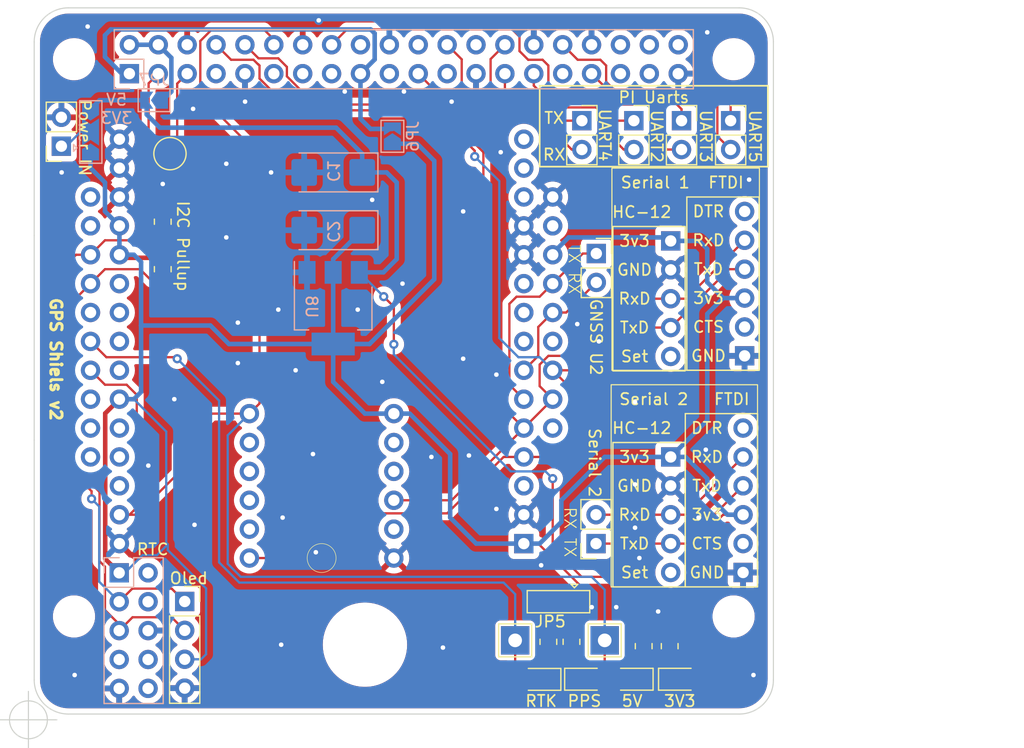
<source format=kicad_pcb>
(kicad_pcb (version 20211014) (generator pcbnew)
  (title_block (title "GNSS Shield") (date "15 nov 2012") (rev "1"))
  (layers (0 "F.Cu" signal) (31 "B.Cu" signal) (34 "B.Paste" user) (35 "F.Paste" user) (36 "B.SilkS" user "B.Silkscreen") (37 "F.SilkS" user "F.Silkscreen") (38 "B.Mask" user) (39 "F.Mask" user) (44 "Edge.Cuts" user))
  (net 0 "")
  (net 1 "+3V3")
  (net 2 "+5V")
  (net 3 "GND")
  (net 4 "PI-TX5")
  (net 5 "PI-RX5")
  (net 6 "Net-(P1-Pad1)")
  (net 7 "/GPIO6")
  (net 8 "/GPIO26")
  (net 9 "SDA")
  (net 10 "SCL")
  (net 11 "/GPIO4(GCLK)")
  (net 12 "/GPIO17(GEN0)")
  (net 13 "/GPIO27(GEN2)")
  (net 14 "/GPIO22(GEN3)")
  (net 15 "Net-(P1-Pad2)")
  (net 16 "/GPIO24(GEN5)")
  (net 17 "/GPIO25(GEN6)")
  (net 18 "/GPIO10(SPI0_MOSI)")
  (net 19 "PI-TX3")
  (net 20 "/GPIO11(SPI0_SCK)")
  (net 21 "PI-RX4")
  (net 22 "/GPIO7(SPI1_CE_N)")
  (net 23 "PI-TX4")
  (net 24 "PI-TX2")
  (net 25 "/GPIO19(SPI1_MISO)")
  (net 26 "/GPIO16")
  (net 27 "/GPIO20(SPI1_MOSI)")
  (net 28 "/GPIO21(SPI1_SCK)")
  (net 29 "GPS TX1")
  (net 30 "GPS RX1")
  (net 34 "GPS RX2")
  (net 35 "GPS TX2")
  (net 37 "PI-RX2")
  (net 38 "PI-RX3")
  (net 44 "Serial2TX")
  (net 45 "Serial2RX")
  (net 63 "PPS")
  (net 79 "Net-(J3-Pad1)")
  (net 80 "RTK")
  (net 81 "Net-(D1-Pad1)")
  (net 82 "Net-(D2-Pad1)")
  (net 83 "Net-(D3-Pad1)")
  (net 84 "Net-(D4-Pad1)")
  (net 85 "Net-(JP5-Pad2)")
  (footprint "MountingHole:MountingHole_2.7mm_M2.5" (layer "F.Cu") (at 143.937 80.736 180)
    (fp_text reference "MK1")
    (fp_text value "M2.5")
  )
  (footprint "MountingHole:MountingHole_2.7mm_M2.5" (layer "F.Cu") (at 201.937 80.736 180)
    (fp_text reference "MK2")
    (fp_text value "M2.5")
  )
  (footprint "MountingHole:MountingHole_2.7mm_M2.5" (layer "F.Cu") (at 143.937 129.736)
    (fp_text reference "MK3")
    (fp_text value "M2.5")
  )
  (footprint "MountingHole:MountingHole_2.7mm_M2.5" (layer "F.Cu") (at 201.937 129.736 180)
    (fp_text reference "MK4")
    (fp_text value "M2.5")
  )
  (footprint "Modules:HC-12" (layer "F.Cu") (at 195.135 101.793995)
    (fp_text reference "U2")
    (fp_text value "HC-12")
  )
  (footprint "Resistor_SMD:R_0805_2012Metric_Pad1.20x1.40mm_HandSolder" (layer "F.Cu") (at 196.317 132.347 90)
    (fp_text reference "R4")
    (fp_text value "R_Small")
  )
  (footprint "Connector_PinSocket_2.54mm:PinSocket_1x02_P2.54mm_Vertical" (layer "F.Cu") (at 201.676 86.139)
    (fp_text reference "J9")
    (fp_text value "UART5")
  )
  (footprint "Connector_PinSocket_2.54mm:PinSocket_1x04_P2.54mm_Vertical" (layer "F.Cu") (at 153.67 128.42)
    (fp_text reference "J4")
    (fp_text value "Oled")
  )
  (footprint "Resistor_SMD:R_0805_2012Metric_Pad1.20x1.40mm_HandSolder" (layer "F.Cu") (at 151.74 99.2 -90)
    (fp_text reference "R6")
    (fp_text value "R_Small")
  )
  (footprint "Resistor_SMD:R_0805_2012Metric_Pad1.20x1.40mm_HandSolder" (layer "F.Cu") (at 151.74 95.025 90)
    (fp_text reference "R5")
    (fp_text value "R_Small")
  )
  (footprint "Connector_PinSocket_2.54mm:PinSocket_1x02_P2.54mm_Vertical" (layer "F.Cu") (at 193.167 86.139)
    (fp_text reference "J6")
    (fp_text value "UART2")
  )
  (footprint "Modules:Sparkfun zed-f9p" (layer "F.Cu") (at 158.09 100.47 -90)
    (fp_text reference "U5")
    (fp_text value "Sparkfun-Zed-F9P")
  )
  (footprint "Resistor_SMD:R_0805_2012Metric_Pad1.20x1.40mm_HandSolder" (layer "F.Cu") (at 185.649 131.966 -90)
    (fp_text reference "R1")
    (fp_text value "R_Small")
  )
  (footprint "MountingHole:MountingHole_6.4mm_M6_ISO14580" (layer "F.Cu") (at 169.52 132.22)
    (fp_text reference "H1")
    (fp_text value "SMA")
  )
  (footprint "Connector_PinSocket_2.54mm:PinSocket_1x02_P2.54mm_Vertical" (layer "F.Cu") (at 189.84 123.33 180)
    (fp_text reference "J11")
    (fp_text value "Serial 2")
  )
  (footprint "Connector_PinSocket_2.54mm:PinSocket_1x02_P2.54mm_Vertical" (layer "F.Cu") (at 189.865 97.823)
    (fp_text reference "J10")
    (fp_text value "GNSS U2")
  )
  (footprint "LED_SMD:LED_0805_2012Metric_Pad1.15x1.40mm_HandSolder" (layer "F.Cu") (at 197.197 135.2555)
    (fp_text reference "D4")
    (fp_text value "LED_Small")
  )
  (footprint "LED_SMD:LED_0805_2012Metric_Pad1.15x1.40mm_HandSolder" (layer "F.Cu") (at 192.997 135.2555 180)
    (fp_text reference "D3")
    (fp_text value "LED_Small")
  )
  (footprint "LED_SMD:LED_0805_2012Metric_Pad1.15x1.40mm_HandSolder" (layer "F.Cu") (at 184.887 135.268 180)
    (fp_text reference "D1")
    (fp_text value "LED_Small")
  )
  (footprint "Connector_PinSocket_2.54mm:PinSocket_1x02_P2.54mm_Vertical" (layer "F.Cu") (at 188.595 86.139)
    (fp_text reference "J8")
    (fp_text value "UART4")
  )
  (footprint "TestPoint:TestPoint_THTPad_2.5x2.5mm_Drill1.2mm" (layer "F.Cu") (at 182.728 131.839)
    (fp_text reference "TP1")
    (fp_text value "TestPoint")
  )
  (footprint "Connector_PinSocket_2.54mm:PinSocket_1x02_P2.54mm_Vertical" (layer "F.Cu") (at 142.825 88.385 180)
    (fp_text reference "J3")
    (fp_text value "Power IN")
  )
  (footprint "Jumper:SolderJumper-3_P2.0mm_Open_TrianglePad1.0x1.5mm" (layer "F.Cu") (at 186.538 128.41 180)
    (fp_text reference "JP5")
    (fp_text value "3V<>GND")
  )
  (footprint "Modules:FTDI" (layer "F.Cu") (at 201.5 119.52)
    (fp_text reference "J2")
    (fp_text value "FTDI")
  )
  (footprint "Resistor_SMD:R_0805_2012Metric_Pad1.20x1.40mm_HandSolder" (layer "F.Cu") (at 194.031 132.347 -90)
    (fp_text reference "R3")
    (fp_text value "R_Small")
  )
  (footprint "Modules:Navspark Mini" (layer "F.Cu") (at 165.71 118.25)
    (fp_text reference "U6")
    (fp_text value "Navspark_Mini")
  )
  (footprint "Modules:NS-HP" (layer "F.Cu") (at 165.71 105.55 180)
    (fp_text reference "U3")
    (fp_text value "NS-HP")
  )
  (footprint "TestPoint:TestPoint_THTPad_2.5x2.5mm_Drill1.2mm" (layer "F.Cu") (at 190.602 131.839)
    (fp_text reference "TP2")
    (fp_text value "TestPoint")
  )
  (footprint "LED_SMD:LED_0805_2012Metric_Pad1.15x1.40mm_HandSolder" (layer "F.Cu") (at 188.942 135.2555)
    (fp_text reference "D2")
    (fp_text value "LED_Small")
  )
  (footprint "Modules:FTDI" (layer "F.Cu") (at 201.635 100.469995)
    (fp_text reference "J1")
    (fp_text value "FTDI")
  )
  (footprint "Modules:HC-12" (layer "F.Cu") (at 195.135 120.79)
    (fp_text reference "U4")
    (fp_text value "HC-12")
  )
  (footprint "Resistor_SMD:R_0805_2012Metric_Pad1.20x1.40mm_HandSolder" (layer "F.Cu") (at 187.681 131.966 -90)
    (fp_text reference "R2")
    (fp_text value "R_Small")
  )
  (footprint "Connector_PinSocket_2.54mm:PinSocket_1x02_P2.54mm_Vertical" (layer "F.Cu") (at 197.358 86.139)
    (fp_text reference "J7")
    (fp_text value "UART3")
  )
  (footprint "Connector_PinSocket_2.54mm:PinSocket_2x20_P2.54mm_Vertical" (layer "B.Cu") (at 148.807 82.006 -90)
    (fp_text reference "P1")
    (fp_text value "Conn_02x20_Odd_Even")
  )
  (footprint "Jumper:SolderJumper-3_P2.0mm_Open_TrianglePad1.0x1.5mm" (layer "B.Cu") (at 145.39 87.135 90)
    (fp_text reference "JP1")
    (fp_text value "3V3<>5V")
  )
  (footprint "Capacitor_Tantalum_SMD:CP_EIA-6032-28_Kemet-C_Pad2.25x2.35mm_HandSolder" (layer "B.Cu") (at 166.726 95.771 180)
    (fp_text reference "C2")
    (fp_text value "C_Polarized_Small")
  )
  (footprint "Jumper:SolderJumper-2_P1.3mm_Open_TrianglePad1.0x1.5mm" (layer "B.Cu") (at 171.933 87.516 90)
    (fp_text reference "JP6")
    (fp_text value "Pi 3V3")
  )
  (footprint "Capacitor_Tantalum_SMD:CP_EIA-6032-28_Kemet-C_Pad2.25x2.35mm_HandSolder" (layer "B.Cu") (at 166.726 90.691 180)
    (fp_text reference "C1")
    (fp_text value "C_Polarized_Small")
  )
  (footprint "Connector_PinSocket_2.54mm:PinSocket_2x05_P2.54mm_Vertical" (layer "B.Cu") (at 147.91 125.9 180)
    (fp_text reference "J5")
    (fp_text value "RTC")
  )
  (footprint "Jumper:SolderJumper-2_P1.3mm_Open_TrianglePad1.0x1.5mm" (layer "B.Cu") (at 150.978 84.341 180)
    (fp_text reference "JP7")
    (fp_text value "Pi 5V")
  )
  (footprint "Package_TO_SOT_SMD:SOT-223-3_TabPin2" (layer "B.Cu") (at 166.726 102.629 -90)
    (fp_text reference "U8")
    (fp_text value "AMS1117-3.3")
  )
  (gr_rect (start 204.207108 108.09) (end 191.237006 90.31) (layer "F.SilkS") (width 0.1) (fill none))
  (gr_rect (start 204.04 127.14) (end 191.169898 109.36) (layer "F.SilkS") (width 0.1) (fill none))
  (gr_rect (start 204.953 90.183) (end 184.887 83.071) (layer "F.SilkS") (width 0.15) (fill none))
  (gr_arc (start 202.437 76.22) (mid 204.55832 77.09868) (end 205.437 79.22) (layer "Edge.Cuts") (width 0.1))
  (gr_line (start 140.437 114.236) (end 140.437 135.316) (layer "Edge.Cuts") (width 0.1))
  (gr_line (start 202.437 76.22) (end 143.437 76.22) (layer "Edge.Cuts") (width 0.1))
  (gr_line (start 140.437 96.236) (end 140.437 114.236) (layer "Edge.Cuts") (width 0.1))
  (gr_line (start 143.437 138.316) (end 202.437 138.316) (layer "Edge.Cuts") (width 0.1))
  (gr_arc (start 140.437 79.22) (mid 141.31568 77.09868) (end 143.437 76.22) (layer "Edge.Cuts") (width 0.1))
  (gr_arc (start 143.437 138.316) (mid 141.31568 137.43732) (end 140.437 135.316) (layer "Edge.Cuts") (width 0.1))
  (gr_arc (start 205.437 135.316) (mid 204.55832 137.43732) (end 202.437 138.316) (layer "Edge.Cuts") (width 0.1))
  (gr_line (start 205.437 135.316) (end 205.437 79.22) (layer "Edge.Cuts") (width 0.1))
  (gr_line (start 140.437 79.22) (end 140.437 96.236) (layer "Edge.Cuts") (width 0.1))
  (gr_text "5V\n3V3" (at 147.676 85.103) (layer "B.SilkS") (effects (font (size 1 1)) (justify mirror)))
  (gr_text "5V" (at 193.015 137.173) (layer "F.SilkS") (effects (font (size 1 1))))
  (gr_text "TX RX" (at 187.935 99.2 270) (layer "F.SilkS") (effects (font (size 1 1) (thickness 0.1))))
  (gr_text "RX TX" (at 187.554 122.314 270) (layer "F.SilkS") (effects (font (size 1 1) (thickness 0.1))))
  (gr_text "TX\n\nRX" (at 186.157 87.516) (layer "F.SilkS") (effects (font (size 1 1))))
  (gr_text "PI Uarts" (at 194.92 84.087) (layer "F.SilkS") (effects (font (size 1 1))))
  (gr_text "GPS Shiels v2" (at 142.342 107.1248 270) (layer "F.SilkS") (effects (font (size 1 1) (thickness 0.25))))
  (gr_text "PPS" (at 188.824 137.173) (layer "F.SilkS") (effects (font (size 1 1))))
  (gr_text "Serial 1" (at 195.047 91.579995) (layer "F.SilkS") (effects (font (size 1 1))))
  (gr_text "3V3" (at 197.206 137.173) (layer "F.SilkS") (effects (font (size 1 1))))
  (gr_text "I2C Pullup" (at 153.518 97.168 270) (layer "F.SilkS") (effects (font (size 1 1))))
  (gr_text "Serial 2" (at 194.92 110.63) (layer "F.SilkS") (effects (font (size 1 1))))
  (gr_text "RTK" (at 185.014 137.173) (layer "F.SilkS") (effects (font (size 1 1))))
  (target plus (at 139.929 138.824) (size 5) (width 0.1) (layer "Edge.Cuts"))
  (segment (start 146.680489 111.879511) (end 146.680489 124.670489) (width 0.4) (layer "F.Cu") (net 1))
  (segment (start 146.680489 124.670489) (end 147.91 125.9) (width 0.4) (layer "F.Cu") (net 1))
  (segment (start 188.538 127.71) (end 188.538 127.108) (width 0.2) (layer "F.Cu") (net 1))
  (segment (start 198.222 135.2555) (end 198.222 123.584) (width 0.2) (layer "F.Cu") (net 1))
  (segment (start 147.93 110.63) (end 146.680489 111.879511) (width 0.4) (layer "F.Cu") (net 1))
  (segment (start 151.74 98.2) (end 148.2 98.2) (width 0.4) (layer "F.Cu") (net 1))
  (segment (start 148.2 98.2) (end 147.93 97.93) (width 0.4) (layer "F.Cu") (net 1))
  (segment (start 151.74 98.2) (end 151.74 96.025) (width 0.4) (layer "F.Cu") (net 1))
  (segment (start 201.016 120.79) (end 202.77 120.79) (width 0.2) (layer "F.Cu") (net 1))
  (segment (start 188.538 127.108) (end 184.76 123.33) (width 0.2) (layer "F.Cu") (net 1))
  (segment (start 184.76 123.33) (end 183.49 123.33) (width 0.2) (layer "F.Cu") (net 1))
  (segment (start 198.222 123.584) (end 201.016 120.79) (width 0.2) (layer "F.Cu") (net 1))
  (segment (start 197.714 115.71) (end 196.405 115.71) (width 0.4) (layer "B.Cu") (net 1))
  (segment (start 149.2 97.93) (end 147.93 97.93) (width 0.4) (layer "B.Cu") (net 1))
  (segment (start 186.792 121.425) (end 184.887 123.33) (width 0.4) (layer "B.Cu") (net 1))
  (segment (start 199.619 112.496) (end 196.405 115.71) (width 0.4) (layer "B.Cu") (net 1))
  (segment (start 196.097005 96.406) (end 196.405 96.713995) (width 0.4) (layer "B.Cu") (net 1))
  (segment (start 149.2 110.63) (end 149.835 109.995) (width 0.4) (layer "B.Cu") (net 1))
  (segment (start 149.2 110.63) (end 152.0448 113.4748) (width 0.2) (layer "B.Cu") (net 1))
  (segment (start 146.66 94.12) (end 146.66 91.58) (width 0.4) (layer "B.Cu") (net 1))
  (segment (start 201.015995 101.739995) (end 199.619 103.13699) (width 0.4) (layer "B.Cu") (net 1))
  (segment (start 177.013 115.456) (end 177.013 121.044) (width 0.4) (layer "B.Cu") (net 1))
  (segment (start 149.835 104.153) (end 155.931 104.153) (width 0.4) (layer "B.Cu") (net 1))
  (segment (start 146.66 91.58) (end 145.39 90.31) (width 0.4) (layer "B.Cu") (net 1))
  (segment (start 199.619 119.012) (end 199.619 117.615) (width 0.4) (layer "B.Cu") (net 1))
  (segment (start 199.619 117.615) (end 197.714 115.71) (width 0.4) (layer "B.Cu") (net 1))
  (segment (start 166.726 98.321) (end 166.726 99.479) (width 0.4) (layer "B.Cu") (net 1))
  (segment (start 201.397 120.79) (end 199.619 119.012) (width 0.4) (layer "B.Cu") (net 1))
  (segment (start 157.557 105.779) (end 166.726 105.779) (width 0.4) (layer "B.Cu") (net 1))
  (segment (start 169.52 111.9) (end 166.726 109.106) (width 0.4) (layer "B.Cu") (net 1))
  (segment (start 152.0448 123.2538) (end 152.1845 123.3935) (width 0.2) (layer "B.Cu") (net 1))
  (segment (start 198.910995 96.713995) (end 199.619 97.422) (width 0.4) (layer "B.Cu") (net 1))
  (segment (start 179.299 123.33) (end 183.49 123.33) (width 0.4) (layer "B.Cu") (net 1))
  (segment (start 175.616 100.089) (end 175.616 89.675) (width 0.4) (layer "B.Cu") (net 1))
  (segment (start 187.427 96.406) (end 186.03 97.803) (width 0.4) (layer "B.Cu") (net 1))
  (segment (start 147.91 125.9) (end 148.408 125.9) (width 0.2) (layer "B.Cu") (net 1))
  (segment (start 190.602 115.71) (end 186.792 119.52) (width 0.4) (layer "B.Cu") (net 1))
  (segment (start 202.905 101.739995) (end 201.015995 101.739995) (width 0.4) (layer "B.Cu") (net 1))
  (segment (start 149.835 98.565) (end 149.2 97.93) (width 0.4) (layer "B.Cu") (net 1))
  (segment (start 174.107 88.166) (end 171.933 88.166) (width 0.4) (layer "B.Cu") (net 1))
  (segment (start 199.619 100.343) (end 199.619 97.422) (width 0.4) (layer "B.Cu") (net 1))
  (segment (start 177.013 121.044) (end 179.299 123.33) (width 0.4) (layer "B.Cu") (net 1))
  (segment (start 187.427 96.406) (end 196.097005 96.406) (width 0.4) (layer "B.Cu") (net 1))
  (segment (start 149.835 104.153) (end 149.835 98.565) (width 0.4) (layer "B.Cu") (net 1))
  (segment (start 147.93 97.93) (end 147.93 95.39) (width 0.4) (layer "B.Cu") (net 1))
  (segment (start 152.1845 123.9015) (end 155.55 127.267) (width 0.2) (layer "B.Cu") (net 1))
  (segment (start 169.276 95.771) (end 166.726 98.321) (width 0.4) (layer "B.Cu") (net 1))
  (segment (start 169.926 105.779) (end 175.616 100.089) (width 0.4) (layer "B.Cu") (net 1))
  (segment (start 173.457 111.9) (end 177.013 115.456) (width 0.4) (layer "B.Cu") (net 1))
  (segment (start 147.93 95.39) (end 146.66 94.12) (width 0.4) (layer "B.Cu") (net 1))
  (segment (start 152.0448 113.4748) (end 152.0448 123.2538) (width 0.2) (layer "B.Cu") (net 1))
  (segment (start 172.06 111.9) (end 173.457 111.9) (width 0.4) (layer "B.Cu") (net 1))
  (segment (start 186.03 97.803) (end 186.03 97.93) (width 0.4) (layer "B.Cu") (net 1))
  (segment (start 152.1845 123.3935) (end 152.1845 123.9015) (width 0.2) (layer "B.Cu") (net 1))
  (segment (start 202.77 120.79) (end 201.397 120.79) (width 0.4) (layer "B.Cu") (net 1))
  (segment (start 155.55 127.267) (end 155.55 133.0582) (width 0.2) (layer "B.Cu") (net 1))
  (segment (start 166.726 105.779) (end 169.926 105.779) (width 0.4) (layer "B.Cu") (net 1))
  (segment (start 172.06 111.9) (end 169.52 111.9) (width 0.4) (layer "B.Cu") (net 1))
  (segment (start 155.55 133.0582) (end 155.1082 133.5) (width 0.2) (layer "B.Cu") (net 1))
  (segment (start 148.408 125.9) (end 149.962 124.346) (width 0.2) (layer "B.Cu") (net 1))
  (segment (start 184.887 123.33) (end 183.49 123.33) (width 0.4) (layer "B.Cu") (net 1))
  (segment (start 196.405 115.71) (end 190.602 115.71) (width 0.4) (layer "B.Cu") (net 1))
  (segment (start 175.616 89.675) (end 174.107 88.166) (width 0.4) (layer "B.Cu") (net 1))
  (segment (start 155.1082 133.5) (end 153.67 133.5) (width 0.2) (layer "B.Cu") (net 1))
  (segment (start 166.726 105.779) (end 166.726 99.479) (width 0.4) (layer "B.Cu") (net 1))
  (segment (start 151.232 124.346) (end 152.1845 123.3935) (width 0.2) (layer "B.Cu") (net 1))
  (segment (start 149.962 124.346) (end 151.232 124.346) (width 0.2) (layer "B.Cu") (net 1))
  (segment (start 199.619 103.13699) (end 199.619 112.496) (width 0.4) (layer "B.Cu") (net 1))
  (segment (start 147.93 110.63) (end 149.2 110.63) (width 0.4) (layer "B.Cu") (net 1))
  (segment (start 166.726 109.106) (end 166.726 105.779) (width 0.4) (layer "B.Cu") (net 1))
  (segment (start 186.792 119.52) (end 186.792 121.425) (width 0.4) (layer "B.Cu") (net 1))
  (segment (start 149.835 109.995) (end 149.835 104.153) (width 0.4) (layer "B.Cu") (net 1))
  (segment (start 155.931 104.153) (end 157.557 105.779) (width 0.4) (layer "B.Cu") (net 1))
  (segment (start 145.39 90.31) (end 145.39 89.135) (width 0.4) (layer "B.Cu") (net 1))
  (segment (start 196.405 96.713995) (end 198.910995 96.713995) (width 0.4) (layer "B.Cu") (net 1))
  (segment (start 201.015995 101.739995) (end 199.619 100.343) (width 0.4) (layer "B.Cu") (net 1))
  (segment (start 191.745 126.251) (end 188.57 126.251) (width 0.2) (layer "F.Cu") (net 2))
  (segment (start 192.634 127.14) (end 191.745 126.251) (width 0.2) (layer "F.Cu") (net 2))
  (segment (start 188.57 126.251) (end 186.03 123.711) (width 0.2) (layer "F.Cu") (net 2))
  (segment (start 191.972 135.2555) (end 191.972 134.66) (width 0.2) (layer "F.Cu") (net 2))
  (segment (start 192.634 133.998) (end 192.634 127.14) (width 0.2) (layer "F.Cu") (net 2))
  (segment (start 191.972 134.66) (end 192.634 133.998) (width 0.2) (layer "F.Cu") (net 2))
  (segment (start 172.06 105.804) (end 172.06 102.502) (width 0.2) (layer "F.Cu") (net 2))
  (segment (start 172.06 102.502) (end 171.171 101.613) (width 0.2) (layer "F.Cu") (net 2))
  (segment (start 186.03 123.711) (end 186.03 117.615) (width 0.2) (layer "F.Cu") (net 2))
  (via (at 172.06 105.804) (size 0.8) (drill 0.4) (layers "F.Cu" "B.Cu") (net 2))
  (via (at 171.171 101.613) (size 0.8) (drill 0.4) (layers "F.Cu" "B.Cu") (net 2))
  (via (at 186.03 117.615) (size 0.8) (drill 0.4) (layers "F.Cu" "B.Cu") (net 2))
  (segment (start 182.347 116.98) (end 185.395 116.98) (width 0.2) (layer "B.Cu") (net 2))
  (segment (start 151.486 86.754) (end 166.98 86.754) (width 0.4) (layer "B.Cu") (net 2))
  (segment (start 172.314 98.311) (end 172.314 91.58) (width 0.4) (layer "B.Cu") (net 2))
  (segment (start 146.184 84.341) (end 145.39 85.135) (width 0.4) (layer "B.Cu") (net 2))
  (segment (start 150.328 84.341) (end 146.184 84.341) (width 0.4) (layer "B.Cu") (net 2))
  (segment (start 169.026 99.479) (end 171.146 99.479) (width 0.4) (layer "B.Cu") (net 2))
  (segment (start 150.328 84.341) (end 150.328 85.596) (width 0.4) (layer "B.Cu") (net 2))
  (segment (start 166.98 86.754) (end 169.276 89.05) (width 0.4) (layer "B.Cu") (net 2))
  (segment (start 171.171 101.613) (end 169.037 99.479) (width 0.2) (layer "B.Cu") (net 2))
  (segment (start 172.06 106.693) (end 182.347 116.98) (width 0.2) (layer "B.Cu") (net 2))
  (segment (start 186.03 117.615) (end 185.395 116.98) (width 0.2) (layer "B.Cu") (net 2))
  (segment (start 169.276 89.05) (end 169.276 90.691) (width 0.4) (layer "B.Cu") (net 2))
  (segment (start 150.328 85.596) (end 151.486 86.754) (width 0.4) (layer "B.Cu") (net 2))
  (segment (start 172.06 106.693) (end 172.06 105.804) (width 0.2) (layer "B.Cu") (net 2))
  (segment (start 171.146 99.479) (end 172.314 98.311) (width 0.4) (layer "B.Cu") (net 2))
  (segment (start 172.314 91.58) (end 171.425 90.691) (width 0.4) (layer "B.Cu") (net 2))
  (segment (start 171.425 90.691) (end 169.276 90.691) (width 0.4) (layer "B.Cu") (net 2))
  (segment (start 169.037 99.479) (end 169.026 99.479) (width 0.2) (layer "B.Cu") (net 2))
  (via (at 189.459 128.918) (size 0.8) (drill 0.4) (layers "F.Cu" "B.Cu") (net 3))
  (via (at 158.344 103.899) (size 0.8) (drill 0.4) (layers "F.Cu" "B.Cu") (net 3))
  (via (at 172.949 83.579) (size 0.8) (drill 0.4) (layers "F.Cu" "B.Cu") (net 3))
  (via (at 185.014 125.235) (size 0.8) (drill 0.4) (layers "F.Cu" "B.Cu") (net 3))
  (via (at 190.094 105.55) (size 0.8) (drill 0.4) (layers "F.Cu" "B.Cu") (net 3))
  (via (at 198.857 121.044) (size 0.8) (drill 0.4) (layers "F.Cu" "B.Cu") (net 3))
  (via (at 193.269 118.123) (size 0.8) (drill 0.4) (layers "F.Cu" "B.Cu") (net 3))
  (via (at 164.948 115.456) (size 0.8) (drill 0.4) (layers "F.Cu" "B.Cu") (net 3))
  (via (at 150.47 116.472) (size 0.8) (drill 0.4) (layers "F.Cu" "B.Cu") (net 3))
  (via (at 152.756 110.63) (size 0.8) (drill 0.4) (layers "F.Cu" "B.Cu") (net 3))
  (via (at 145.136 77.864) (size 0.8) (drill 0.4) (layers "F.Cu" "B.Cu") (net 3))
  (via (at 165.202 124.092) (size 0.8) (drill 0.4) (layers "F.Cu" "B.Cu") (net 3))
  (via (at 181.458 88.913) (size 0.8) (drill 0.4) (layers "F.Cu" "B.Cu") (net 3))
  (via (at 170.155 93.104) (size 0.8) (drill 0.4) (layers "F.Cu" "B.Cu") (net 3))
  (via (at 157.328 89.929) (size 0.8) (drill 0.4) (layers "F.Cu" "B.Cu") (net 3))
  (via (at 191.618 128.918) (size 0.8) (drill 0.4) (layers "F.Cu" "B.Cu") (net 3))
  (via (at 158.344 107.455) (size 0.8) (drill 0.4) (layers "F.Cu" "B.Cu") (net 3))
  (via (at 167.742 83.579) (size 0.8) (drill 0.4) (layers "F.Cu" "B.Cu") (net 3))
  (via (at 172.822 100.47) (size 0.8) (drill 0.4) (layers "F.Cu" "B.Cu") (net 3))
  (via (at 161.265 90.691) (size 0.8) (drill 0.4) (layers "F.Cu" "B.Cu") (net 3))
  (via (at 162.154 132.22) (size 0.8) (drill 0.4) (layers "F.Cu" "B.Cu") (net 3))
  (via (at 188.189 104.026) (size 0.8) (drill 0.4) (layers "F.Cu" "B.Cu") (net 3))
  (via (at 175.362 115.71) (size 0.8) (drill 0.4) (layers "F.Cu" "B.Cu") (net 3))
  (via (at 142.85 90.691) (size 0.8) (drill 0.4) (layers "F.Cu" "B.Cu") (net 3))
  (via (at 165.456 77.3185) (size 0.8) (drill 0.4) (layers "F.Cu" "B.Cu") (net 3))
  (via (at 199.619 78.372) (size 0.8) (drill 0.4) (layers "F.Cu" "B.Cu") (net 3))
  (via (at 158.979 84.468) (size 0.8) (drill 0.4) (layers "F.Cu" "B.Cu") (net 3))
  (via (at 161.9 102.756) (size 0.8) (drill 0.4) (layers "F.Cu" "B.Cu") (net 3))
  (via (at 181.077 120.282) (size 0.8) (drill 0.4) (layers "F.Cu" "B.Cu") (net 3))
  (via (at 151.74 91.707) (size 0.8) (drill 0.4) (layers "F.Cu" "B.Cu") (net 3))
  (via (at 154.534 121.679) (size 0.8) (drill 0.4) (layers "F.Cu" "B.Cu") (net 3))
  (via (at 143.993 134.887) (size 0.8) (drill 0.4) (layers "F.Cu" "B.Cu") (net 3))
  (via (at 176.378 132.474) (size 0.8) (drill 0.4) (layers "F.Cu" "B.Cu") (net 3))
  (via (at 203.683 134.887) (size 0.8) (drill 0.4) (layers "F.Cu" "B.Cu") (net 3))
  (via (at 178.156 94.12) (size 0.8) (drill 0.4) (layers "F.Cu" "B.Cu") (net 3))
  (via (at 154.407 85.103) (size 0.8) (drill 0.4) (layers "F.Cu" "B.Cu") (net 3))
  (via (at 181.077 108.471) (size 0.8) (drill 0.4) (layers "F.Cu" "B.Cu") (net 3))
  (via (at 168.885 102.756) (size 0.8) (drill 0.4) (layers "F.Cu" "B.Cu") (net 3))
  (via (at 162.281 121.044) (size 0.8) (drill 0.4) (layers "F.Cu" "B.Cu") (net 3))
  (via (at 203.302 91.326) (size 0.8) (drill 0.4) (layers "F.Cu" "B.Cu") (net 3))
  (via (at 171.044 109.106) (size 0.8) (drill 0.4) (layers "F.Cu" "B.Cu") (net 3))
  (via (at 199.492 115.075) (size 0.8) (drill 0.4) (layers "F.Cu" "B.Cu") (net 3))
  (via (at 178.664 115.583) (size 0.8) (drill 0.4) (layers "F.Cu" "B.Cu") (net 3))
  (via (at 178.156 107.074) (size 0.8) (drill 0.4) (layers "F.Cu" "B.Cu") (net 3))
  (via (at 193.65 124.6) (size 0.8) (drill 0.4) (layers "F.Cu" "B.Cu") (net 3))
  (via (at 177.14 84.468) (size 0.8) (drill 0.4) (layers "F.Cu" "B.Cu") (net 3))
  (via (at 157.328 96.406) (size 0.8) (drill 0.4) (layers "F.Cu" "B.Cu") (net 3))
  (via (at 193.269 110.884) (size 0.8) (drill 0.4) (layers "F.Cu" "B.Cu") (net 3))
  (via (at 193.269 121.933) (size 0.8) (drill 0.4) (layers "F.Cu" "B.Cu") (net 3))
  (via (at 195.301 129.299) (size 0.8) (drill 0.4) (layers "F.Cu" "B.Cu") (net 3))
  (via (at 163.424 108.09) (size 0.8) (drill 0.4) (layers "F.Cu" "B.Cu") (net 3))
  (segment (start 190.729 81.293) (end 190.729 82.722994) (width 0.2) (layer "F.Cu") (net 4))
  (segment (start 201.676 84.366) (end 201.676 86.139) (width 0.2) (layer "F.Cu") (net 4))
  (segment (start 188.226 80.785) (end 190.221 80.785) (width 0.2) (layer "F.Cu") (net 4))
  (segment (start 186.907 79.466) (end 188.226 80.785) (width 0.2) (layer "F.Cu") (net 4))
  (segment (start 191.529446 83.52344) (end 200.83344 83.52344) (width 0.2) (layer "F.Cu") (net 4))
  (segment (start 200.83344 83.52344) (end 201.676 84.366) (width 0.2) (layer "F.Cu") (net 4))
  (segment (start 190.729 82.722994) (end 191.529446 83.52344) (width 0.2) (layer "F.Cu") (net 4))
  (segment (start 190.221 80.785) (end 190.729 81.293) (width 0.2) (layer "F.Cu") (net 4))
  (segment (start 200.508 87.511) (end 200.508 84.595) (width 0.2) (layer "F.Cu") (net 5))
  (segment (start 200.508 84.595) (end 199.83596 83.92296) (width 0.2) (layer "F.Cu") (net 5))
  (segment (start 199.83596 83.92296) (end 191.36396 83.92296) (width 0.2) (layer "F.Cu") (net 5))
  (segment (start 201.676 88.679) (end 200.508 87.511) (width 0.2) (layer "F.Cu") (net 5))
  (segment (start 191.36396 83.92296) (end 189.447 82.006) (width 0.2) (layer "F.Cu") (net 5))
  (segment (start 171.933 86.866) (end 170.013 86.866) (width 0.4) (layer "B.Cu") (net 6))
  (segment (start 169.127 85.98) (end 169.127 82.006) (width 0.4) (layer "B.Cu") (net 6))
  (segment (start 147.168 78.118) (end 146.66 78.626) (width 0.4) (layer "B.Cu") (net 6))
  (segment (start 170.013 86.866) (end 169.127 85.98) (width 0.4) (layer "B.Cu") (net 6))
  (segment (start 170.376511 80.756489) (end 170.376511 78.466511) (width 0.4) (layer "B.Cu") (net 6))
  (segment (start 170.028 78.118) (end 147.168 78.118) (width 0.4) (layer "B.Cu") (net 6))
  (segment (start 146.66 80.531) (end 148.135 82.006) (width 0.4) (layer "B.Cu") (net 6))
  (segment (start 169.127 82.006) (end 170.376511 80.756489) (width 0.4) (layer "B.Cu") (net 6))
  (segment (start 146.66 78.626) (end 146.66 80.531) (width 0.4) (layer "B.Cu") (net 6))
  (segment (start 170.376511 78.466511) (end 170.028 78.118) (width 0.4) (layer "B.Cu") (net 6))
  (segment (start 153.655 128.42) (end 152.525489 127.290489) (width 0.2) (layer "F.Cu") (net 9))
  (segment (start 150.343 96.025) (end 150.343 95.422) (width 0.2) (layer "F.Cu") (net 9))
  (segment (start 152.525489 127.290489) (end 149.059511 127.290489) (width 0.2) (layer "F.Cu") (net 9))
  (segment (start 143.485 116.726) (end 143.485 98.565) (width 0.2) (layer "F.Cu") (net 9))
  (segment (start 150.343 95.422) (end 151.74 94.025) (width 0.2) (layer "F.Cu") (net 9))
  (segment (start 145.48147 119.393) (end 145.48147 118.72247) (width 0.2) (layer "F.Cu") (net 9))
  (segment (start 149.059511 127.290489) (end 147.91 128.44) (width 0.2) (layer "F.Cu") (net 9))
  (segment (start 144.12 97.93) (end 145.39 97.93) (width 0.2) (layer "F.Cu") (net 9))
  (segment (start 149.708 96.66) (end 150.343 96.025) (width 0.2) (layer "F.Cu") (net 9))
  (segment (start 153.67 128.42) (end 153.655 128.42) (width 0.2) (layer "F.Cu") (net 9))
  (segment (start 146.66 96.66) (end 149.708 96.66) (width 0.2) (layer "F.Cu") (net 9))
  (segment (start 145.48147 118.72247) (end 143.485 116.726) (width 0.2) (layer "F.Cu") (net 9))
  (segment (start 150.497 92.782) (end 151.74 94.025) (width 0.2) (layer "F.Cu") (net 9))
  (segment (start 150.497 82.856) (end 150.497 92.782) (width 0.2) (layer "F.Cu") (net 9))
  (segment (start 143.485 98.565) (end 144.12 97.93) (width 0.2) (layer "F.Cu") (net 9))
  (segment (start 151.347 82.006) (end 150.497 82.856) (width 0.2) (layer "F.Cu") (net 9))
  (segment (start 145.39 97.93) (end 146.66 96.66) (width 0.2) (layer "F.Cu") (net 9))
  (via (at 145.48147 119.393) (size 0.8) (drill 0.4) (layers "F.Cu" "B.Cu") (net 9))
  (segment (start 145.48147 119.393) (end 146.152 120.06353) (width 0.2) (layer "B.Cu") (net 9))
  (segment (start 146.152 120.06353) (end 146.152 126.682) (width 0.2) (layer "B.Cu") (net 9))
  (segment (start 146.152 126.682) (end 147.91 128.44) (width 0.2) (layer "B.Cu") (net 9))
  (segment (start 149.74 99.2) (end 146.66 99.2) (width 0.2) (layer "F.Cu") (net 10))
  (segment (start 146.66 129.172) (end 147.91 130.422) (width 0.2) (layer "F.Cu") (net 10))
  (segment (start 153.67 130.96) (end 152.517 129.807) (width 0.2) (layer "F.Cu") (net 10))
  (segment (start 150.74 100.2) (end 149.74 99.2) (width 0.2) (layer "F.Cu") (net 10))
  (segment (start 153.01 82.883) (end 153.01 99.835) (width 0.2) (layer "F.Cu") (net 10))
  (segment (start 147.91 130.422) (end 147.91 130.98) (width 0.2) (layer "F.Cu") (net 10))
  (segment (start 152.517 129.807) (end 149.083 129.807) (width 0.2) (layer "F.Cu") (net 10))
  (segment (start 146.18097 118.78697) (end 146.18097 124.877398) (width 0.2) (layer "F.Cu") (net 10))
  (segment (start 146.66 125.356428) (end 146.66 129.172) (width 0.2) (layer "F.Cu") (net 10))
  (segment (start 153.01 99.835) (end 152.645 100.2) (width 0.2) (layer "F.Cu") (net 10))
  (segment (start 153.887 82.006) (end 153.01 82.883) (width 0.2) (layer "F.Cu") (net 10))
  (segment (start 146.66 99.2) (end 145.39 100.47) (width 0.2) (layer "F.Cu") (net 10))
  (segment (start 151.74 100.2) (end 150.74 100.2) (width 0.2) (layer "F.Cu") (net 10))
  (segment (start 146.18097 124.877398) (end 146.66 125.356428) (width 0.2) (layer "F.Cu") (net 10))
  (segment (start 149.083 129.807) (end 147.91 130.98) (width 0.2) (layer "F.Cu") (net 10))
  (segment (start 145.39 100.47) (end 143.88452 101.97548) (width 0.2) (layer "F.Cu") (net 10))
  (segment (start 143.88452 116.49052) (end 146.18097 118.78697) (width 0.2) (layer "F.Cu") (net 10))
  (segment (start 152.645 100.2) (end 151.74 100.2) (width 0.2) (layer "F.Cu") (net 10))
  (segment (start 143.88452 101.97548) (end 143.88452 116.49052) (width 0.2) (layer "F.Cu") (net 10))
  (segment (start 148.807 79.466) (end 151.347 79.466) (width 0.4) (layer "B.Cu") (net 15))
  (segment (start 151.74 84.341) (end 152.496511 83.584489) (width 0.4) (layer "B.Cu") (net 15))
  (segment (start 152.496511 83.584489) (end 152.496511 80.615511) (width 0.4) (layer "B.Cu") (net 15))
  (segment (start 152.496511 80.615511) (end 151.347 79.466) (width 0.4) (layer "B.Cu") (net 15))
  (segment (start 183.109 78.753) (end 182.474 78.118) (width 0.2) (layer "F.Cu") (net 19))
  (segment (start 185.141 80.785) (end 183.871 80.785) (width 0.2) (layer "F.Cu") (net 19))
  (segment (start 191.078492 84.32248) (end 190.533452 83.77744) (width 0.2) (layer "F.Cu") (net 19))
  (segment (start 185.649 81.293) (end 185.141 80.785) (width 0.2) (layer "F.Cu") (net 19))
  (segment (start 197.358 86.139) (end 197.358 85.128) (width 0.2) (layer "F.Cu") (net 19))
  (segment (start 196.55248 84.32248) (end 191.078492 84.32248) (width 0.2) (layer "F.Cu") (net 19))
  (segment (start 185.649 83.071) (end 185.649 81.293) (width 0.2) (layer "F.Cu") (net 19))
  (segment (start 183.109 80.023) (end 183.109 78.753) (width 0.2) (layer "F.Cu") (net 19))
  (segment (start 183.871 80.785) (end 183.109 80.023) (width 0.2) (layer "F.Cu") (net 19))
  (segment (start 182.474 78.118) (end 167.935 78.118) (width 0.2) (layer "F.Cu") (net 19))
  (segment (start 190.533452 83.77744) (end 186.35544 83.77744) (width 0.2) (layer "F.Cu") (net 19))
  (segment (start 186.35544 83.77744) (end 185.649 83.071) (width 0.2) (layer "F.Cu") (net 19))
  (segment (start 197.358 85.128) (end 196.55248 84.32248) (width 0.2) (layer "F.Cu") (net 19))
  (segment (start 167.935 78.118) (end 166.587 79.466) (width 0.2) (layer "F.Cu") (net 19))
  (segment (start 177.578006 83.452) (end 175.653 83.452) (width 0.2) (layer "F.Cu") (net 21))
  (segment (start 179.464486 85.33848) (end 177.578006 83.452) (width 0.2) (layer "F.Cu") (net 21))
  (segment (start 184.36048 85.33848) (end 179.464486 85.33848) (width 0.2) (layer "F.Cu") (net 21))
  (segment (start 187.701 88.679) (end 184.36048 85.33848) (width 0.2) (layer "F.Cu") (net 21))
  (segment (start 188.595 88.679) (end 187.701 88.679) (width 0.2) (layer "F.Cu") (net 21))
  (segment (start 175.653 83.452) (end 174.207 82.006) (width 0.2) (layer "F.Cu") (net 21))
  (segment (start 176.747 79.466) (end 178.029 80.748) (width 0.2) (layer "F.Cu") (net 23))
  (segment (start 178.029 83.198) (end 179.76996 84.93896) (width 0.2) (layer "F.Cu") (net 23))
  (segment (start 178.029 80.748) (end 178.029 83.198) (width 0.2) (layer "F.Cu") (net 23))
  (segment (start 185.726006 86.139) (end 188.595 86.139) (width 0.2) (layer "F.Cu") (net 23))
  (segment (start 184.525967 84.938961) (end 185.726006 86.139) (width 0.2) (layer "F.Cu") (net 23))
  (segment (start 179.76996 84.93896) (end 184.525967 84.938961) (width 0.2) (layer "F.Cu") (net 23))
  (segment (start 181.827 83.44) (end 182.526922 84.139922) (width 0.2) (layer "F.Cu") (net 24))
  (segment (start 185.293498 84.57648) (end 190.20248 84.57648) (width 0.2) (layer "F.Cu") (net 24))
  (segment (start 184.85694 84.139922) (end 185.293498 84.57648) (width 0.2) (layer "F.Cu") (net 24))
  (segment (start 190.20248 84.57648) (end 191.765 86.139) (width 0.2) (layer "F.Cu") (net 24))
  (segment (start 182.526922 84.139922) (end 184.85694 84.139922) (width 0.2) (layer "F.Cu") (net 24))
  (segment (start 181.827 82.006) (end 181.827 83.44) (width 0.2) (layer "F.Cu") (net 24))
  (segment (start 191.765 86.139) (end 193.167 86.139) (width 0.2) (layer "F.Cu") (net 24))
  (segment (start 175.743 84.722) (end 179.934 88.913) (width 0.2) (layer "F.Cu") (net 29))
  (segment (start 184.880489 109.480489) (end 184.880489 107.588511) (width 0.2) (layer "F.Cu") (net 29))
  (segment (start 185.649 106.82) (end 187.3 106.82) (width 0.2) (layer "F.Cu") (net 29))
  (segment (start 162.656511 82.241166) (end 165.137345 84.722) (width 0.2) (layer "F.Cu") (net 29))
  (segment (start 187.3 106.82) (end 192.326005 101.793995) (width 0.2) (layer "F.Cu") (net 29))
  (segment (start 183.49 113.17) (end 177.14 119.52) (width 0.2) (layer "F.Cu") (net 29))
  (segment (start 158.967 79.466) (end 160.159 80.658) (width 0.2) (layer "F.Cu") (net 29))
  (segment (start 186.03 110.63) (end 183.49 113.17) (width 0.2) (layer "F.Cu") (net 29))
  (segment (start 160.159 80.658) (end 161.9 80.658) (width 0.2) (layer "F.Cu") (net 29))
  (segment (start 165.137345 84.722) (end 175.743 84.722) (width 0.2) (layer "F.Cu") (net 29))
  (segment (start 196.405 101.793995) (end 197.770999 101.793995) (width 0.2) (layer "F.Cu") (net 29))
  (segment (start 161.9 80.658) (end 162.656511 81.414511) (width 0.2) (layer "F.Cu") (net 29))
  (segment (start 184.880489 107.588511) (end 185.649 106.82) (width 0.2) (layer "F.Cu") (net 29))
  (segment (start 179.934 88.913) (end 179.934 109.614) (width 0.2) (layer "F.Cu") (net 29))
  (segment (start 192.326005 101.793995) (end 196.405 101.793995) (width 0.2) (layer "F.Cu") (net 29))
  (segment (start 162.656511 81.414511) (end 162.656511 82.241166) (width 0.2) (layer "F.Cu") (net 29))
  (segment (start 186.03 110.63) (end 184.880489 109.480489) (width 0.2) (layer "F.Cu") (net 29))
  (segment (start 197.770999 101.793995) (end 202.905 96.659995) (width 0.2) (layer "F.Cu") (net 29))
  (segment (start 177.14 119.52) (end 172.06 119.52) (width 0.2) (layer "F.Cu") (net 29))
  (segment (start 179.934 109.614) (end 183.49 113.17) (width 0.2) (layer "F.Cu") (net 29))
  (segment (start 160.249 82.436) (end 163.043 85.23) (width 0.2) (layer "F.Cu") (net 30))
  (segment (start 157.746 80.785) (end 159.720994 80.785) (width 0.2) (layer "F.Cu") (net 30))
  (segment (start 159.720994 80.785) (end 160.120513 81.184519) (width 0.2) (layer "F.Cu") (net 30))
  (segment (start 163.043 85.23) (end 175.616 85.23) (width 0.2) (layer "F.Cu") (net 30))
  (segment (start 186.03 108.09) (end 189.078 108.09) (width 0.2) (layer "F.Cu") (net 30))
  (segment (start 189.078 108.09) (end 192.834005 104.333995) (width 0.2) (layer "F.Cu") (net 30))
  (segment (start 192.834005 104.333995) (end 196.405 104.333995) (width 0.2) (layer "F.Cu") (net 30))
  (segment (start 201.539 99.199995) (end 196.405 104.333995) (width 0.2) (layer "F.Cu") (net 30))
  (segment (start 181.712 115.71) (end 176.752489 120.669511) (width 0.2) (layer "F.Cu") (net 30))
  (segment (start 183.49 115.71) (end 186.284 115.71) (width 0.2) (layer "F.Cu") (net 30))
  (segment (start 160.120513 81.184519) (end 160.140519 81.184519) (width 0.2) (layer "F.Cu") (net 30))
  (segment (start 156.427 79.466) (end 157.746 80.785) (width 0.2) (layer "F.Cu") (net 30))
  (segment (start 166.084489 120.669511) (end 162.154 124.6) (width 0.2) (layer "F.Cu") (net 30))
  (segment (start 160.140519 81.184519) (end 160.249 81.293) (width 0.2) (layer "F.Cu") (net 30))
  (segment (start 160.249 81.293) (end 160.249 82.436) (width 0.2) (layer "F.Cu") (net 30))
  (segment (start 202.905 99.199995) (end 201.539 99.199995) (width 0.2) (layer "F.Cu") (net 30))
  (segment (start 179.172 88.786) (end 179.172 89.294) (width 0.2) (layer "F.Cu") (net 30))
  (segment (start 186.284 115.71) (end 187.935 114.059) (width 0.2) (layer "F.Cu") (net 30))
  (segment (start 183.49 115.71) (end 181.712 115.71) (width 0.2) (layer "F.Cu") (net 30))
  (segment (start 176.752489 120.669511) (end 166.084489 120.669511) (width 0.2) (layer "F.Cu") (net 30))
  (segment (start 162.154 124.6) (end 159.36 124.6) (width 0.2) (layer "F.Cu") (net 30))
  (segment (start 187.935 109.995) (end 186.03 108.09) (width 0.2) (layer "F.Cu") (net 30))
  (segment (start 187.935 114.059) (end 187.935 109.995) (width 0.2) (layer "F.Cu") (net 30))
  (segment (start 175.616 85.23) (end 179.172 88.786) (width 0.2) (layer "F.Cu") (net 30))
  (via (at 179.172 89.294) (size 0.8) (drill 0.4) (layers "F.Cu" "B.Cu") (net 30))
  (segment (start 179.172 89.294) (end 181.331 91.453) (width 0.2) (layer "B.Cu") (net 30))
  (segment (start 181.331 105.257633) (end 183.013856 106.940489) (width 0.2) (layer "B.Cu") (net 30))
  (segment (start 183.013856 106.940489) (end 184.880489 106.940489) (width 0.2) (layer "B.Cu") (net 30))
  (segment (start 181.331 91.453) (end 181.331 105.257633) (width 0.2) (layer "B.Cu") (net 30))
  (segment (start 184.880489 106.940489) (end 186.03 108.09) (width 0.2) (layer "B.Cu") (net 30))
  (segment (start 189.865 100.363) (end 187.218 103.01) (width 0.2) (layer "F.Cu") (net 34))
  (segment (start 184.76 104.28) (end 186.03 103.01) (width 0.2) (layer "F.Cu") (net 34))
  (segment (start 187.218 103.01) (end 186.03 103.01) (width 0.2) (layer "F.Cu") (net 34))
  (segment (start 183.49 108.09) (end 184.76 106.82) (width 0.2) (layer "F.Cu") (net 34))
  (segment (start 184.76 106.82) (end 184.76 104.28) (width 0.2) (layer "F.Cu") (net 34))
  (segment (start 182.848489 101.619511) (end 182.22 102.248) (width 0.2) (layer "F.Cu") (net 35))
  (segment (start 186.03 100.47) (end 188.677 97.823) (width 0.2) (layer "F.Cu") (net 35))
  (segment (start 188.677 97.823) (end 189.865 97.823) (width 0.2) (layer "F.Cu") (net 35))
  (segment (start 186.03 100.47) (end 184.880489 101.619511) (width 0.2) (layer "F.Cu") (net 35))
  (segment (start 182.22 109.36) (end 183.49 110.63) (width 0.2) (layer "F.Cu") (net 35))
  (segment (start 184.880489 101.619511) (end 182.848489 101.619511) (width 0.2) (layer "F.Cu") (net 35))
  (segment (start 182.22 102.248) (end 182.22 109.36) (width 0.2) (layer "F.Cu") (net 35))
  (segment (start 193.167 88.679) (end 192.273 88.679) (width 0.2) (layer "F.Cu") (net 37))
  (segment (start 185.128012 84.976) (end 184.691453 84.539441) (width 0.2) (layer "F.Cu") (net 37))
  (segment (start 191.11 86.246) (end 189.84 84.976) (width 0.2) (layer "F.Cu") (net 37))
  (segment (start 180.569 80.724) (end 181.827 79.466) (width 0.2) (layer "F.Cu") (net 37))
  (segment (start 180.569 83.325) (end 180.569 80.724) (width 0.2) (layer "F.Cu") (net 37))
  (segment (start 181.78344 84.53944) (end 180.569 83.325) (width 0.2) (layer "F.Cu") (net 37))
  (segment (start 189.84 84.976) (end 185.128012 84.976) (width 0.2) (layer "F.Cu") (net 37))
  (segment (start 192.273 88.679) (end 191.11 87.516) (width 0.2) (layer "F.Cu") (net 37))
  (segment (start 191.11 87.516) (end 191.11 86.246) (width 0.2) (layer "F.Cu") (net 37))
  (segment (start 181.78344 84.53944) (end 184.691453 84.539442) (width 0.2) (layer "F.Cu") (net 37))
  (segment (start 185.48496 84.17696) (end 190.367966 84.17696) (width 0.2) (layer "F.Cu") (net 38))
  (segment (start 184.367 82.006) (end 184.367 83.059) (width 0.2) (layer "F.Cu") (net 38))
  (segment (start 190.913006 84.722) (end 194.666 84.722) (width 0.2) (layer "F.Cu") (net 38))
  (segment (start 190.367966 84.17696) (end 190.913006 84.722) (width 0.2) (layer "F.Cu") (net 38))
  (segment (start 196.083 88.679) (end 197.358 88.679) (width 0.2) (layer "F.Cu") (net 38))
  (segment (start 194.666 84.722) (end 195.174 85.23) (width 0.2) (layer "F.Cu") (net 38))
  (segment (start 184.367 83.059) (end 185.48496 84.17696) (width 0.2) (layer "F.Cu") (net 38))
  (segment (start 195.174 87.77) (end 196.083 88.679) (width 0.2) (layer "F.Cu") (net 38))
  (segment (start 195.174 85.23) (end 195.174 87.77) (width 0.2) (layer "F.Cu") (net 38))
  (segment (start 189.84 123.33) (end 196.405 123.33) (width 0.2) (layer "F.Cu") (net 44))
  (segment (start 197.69 123.33) (end 202.77 118.25) (width 0.2) (layer "F.Cu") (net 44))
  (segment (start 196.405 123.33) (end 197.69 123.33) (width 0.2) (layer "F.Cu") (net 44))
  (segment (start 197.69 120.79) (end 202.77 115.71) (width 0.2) (layer "F.Cu") (net 45))
  (segment (start 196.405 120.79) (end 197.69 120.79) (width 0.2) (layer "F.Cu") (net 45))
  (segment (start 189.84 120.79) (end 196.405 120.79) (width 0.2) (layer "F.Cu") (net 45))
  (segment (start 156.058 111.9) (end 153.137 114.821) (width 0.2) (layer "F.Cu") (net 63))
  (segment (start 190.602 134.6205) (end 190.602 131.839) (width 0.2) (layer "F.Cu") (net 63))
  (segment (start 156.058 78.118) (end 155.042 79.134) (width 0.2) (layer "F.Cu") (net 63))
  (segment (start 149.454 120.155) (end 148.819 120.79) (width 0.2) (layer "F.Cu") (net 63))
  (segment (start 149.454 110.249) (end 149.454 120.155) (width 0.2) (layer "F.Cu") (net 63))
  (segment (start 161.507 78.995) (end 160.63 78.118) (width 0.2) (layer "F.Cu") (net 63))
  (segment (start 155.042 79.134) (end 155.042 83.96) (width 0.2) (layer "F.Cu") (net 63))
  (segment (start 155.042 83.96) (end 160.249 89.167) (width 0.2) (layer "F.Cu") (net 63))
  (segment (start 189.967 135.2555) (end 190.602 134.6205) (width 0.2) (layer "F.Cu") (net 63))
  (segment (start 147.93 120.79) (end 149.454 120.79) (width 0.2) (layer "F.Cu") (net 63))
  (segment (start 153.137 114.821) (end 153.137 117.107) (width 0.2) (layer "F.Cu") (net 63))
  (segment (start 160.249 111.011) (end 160.249 89.167) (width 0.2) (layer "F.Cu") (net 63))
  (segment (start 160.249 111.011) (end 159.36 111.9) (width 0.2) (layer "F.Cu") (net 63))
  (segment (start 146.66 109.36) (end 148.565 109.36) (width 0.2) (layer "F.Cu") (net 63))
  (segment (start 160.63 78.118) (end 156.058 78.118) (width 0.2) (layer "F.Cu") (net 63))
  (segment (start 145.39 108.09) (end 146.66 109.36) (width 0.2) (layer "F.Cu") (net 63))
  (segment (start 153.137 117.107) (end 149.454 120.79) (width 0.2) (layer "F.Cu") (net 63))
  (segment (start 148.565 109.36) (end 149.454 110.249) (width 0.2) (layer "F.Cu") (net 63))
  (segment (start 159.36 111.9) (end 156.058 111.9) (width 0.2) (layer "F.Cu") (net 63))
  (segment (start 161.507 78.868) (end 161.507 79.466) (width 0.2) (layer "F.Cu") (net 63))
  (segment (start 158.598 126.251) (end 189.459 126.251) (width 0.2) (layer "B.Cu") (net 63))
  (segment (start 190.602 127.394) (end 190.602 131.839) (width 0.2) (layer "B.Cu") (net 63))
  (segment (start 157.455 113.805) (end 157.455 125.108) (width 0.2) (layer "B.Cu") (net 63))
  (segment (start 159.36 111.9) (end 157.455 113.805) (width 0.2) (layer "B.Cu") (net 63))
  (segment (start 157.455 125.108) (end 158.598 126.251) (width 0.2) (layer "B.Cu") (net 63))
  (segment (start 189.459 126.251) (end 190.602 127.394) (width 0.2) (layer "B.Cu") (net 63))
  (segment (start 143.251 88.385) (end 144.501 87.135) (width 0.2) (layer "B.Cu") (net 79))
  (segment (start 144.501 87.135) (end 145.39 87.135) (width 0.2) (layer "B.Cu") (net 79))
  (segment (start 142.825 88.385) (end 143.251 88.385) (width 0.2) (layer "B.Cu") (net 79))
  (segment (start 146.780489 106.940489) (end 152.876489 106.940489) (width 0.2) (layer "F.Cu") (net 80))
  (segment (start 145.39 105.55) (end 146.780489 106.940489) (width 0.2) (layer "F.Cu") (net 80))
  (segment (start 152.876489 106.940489) (end 153.01 107.074) (width 0.2) (layer "F.Cu") (net 80))
  (segment (start 182.728 134.134) (end 182.728 131.839) (width 0.2) (layer "F.Cu") (net 80))
  (segment (start 183.862 135.268) (end 182.728 134.134) (width 0.2) (layer "F.Cu") (net 80))
  (via (at 153.01 107.074) (size 0.8) (drill 0.4) (layers "F.Cu" "B.Cu") (net 80))
  (segment (start 182.728 127.775) (end 182.728 131.839) (width 0.2) (layer "B.Cu") (net 80))
  (segment (start 158.471 126.759) (end 181.712 126.759) (width 0.2) (layer "B.Cu") (net 80))
  (segment (start 153.01 107.074) (end 156.693 110.757) (width 0.2) (layer "B.Cu") (net 80))
  (segment (start 156.693 110.757) (end 156.693 124.981) (width 0.2) (layer "B.Cu") (net 80))
  (segment (start 181.712 126.759) (end 182.728 127.775) (width 0.2) (layer "B.Cu") (net 80))
  (segment (start 156.693 124.981) (end 158.471 126.759) (width 0.2) (layer "B.Cu") (net 80))
  (segment (start 185.912 135.268) (end 185.912 133.229) (width 0.2) (layer "F.Cu") (net 81))
  (segment (start 185.912 133.229) (end 185.649 132.966) (width 0.2) (layer "F.Cu") (net 81))
  (segment (start 187.917 133.202) (end 187.681 132.966) (width 0.2) (layer "F.Cu") (net 82))
  (segment (start 187.917 135.2555) (end 187.917 133.202) (width 0.2) (layer "F.Cu") (net 82))
  (segment (start 194.022 135.2555) (end 194.022 133.356) (width 0.2) (layer "F.Cu") (net 83))
  (segment (start 194.022 133.356) (end 194.031 133.347) (width 0.2) (layer "F.Cu") (net 83))
  (segment (start 196.172 133.492) (end 196.317 133.347) (width 0.2) (layer "F.Cu") (net 84))
  (segment (start 196.172 135.2555) (end 196.172 133.492) (width 0.2) (layer "F.Cu") (net 84))
  (segment (start 186.538 128.41) (end 186.538 130.077) (width 0.2) (layer "F.Cu") (net 85))
  (segment (start 186.538 130.077) (end 185.649 130.966) (width 0.2) (layer "F.Cu") (net 85))
  (segment (start 187.681 130.966) (end 185.649 130.966) (width 0.2) (layer "F.Cu") (net 85))
  (zone (net 3) (net_name "GND") (layer "F.Cu") (connect_pads (clearance 0.508)) (min_thickness 0.254) (fill yes (thermal_gap 0.508) (thermal_bridge_width 0.508))
    (polygon (pts (xy 206.858 75.832) (xy 206.604 138.824) (xy 140.056 138.824) (xy 140.056 75.578)))
  )
  (zone (net 3) (net_name "GND") (layer "B.Cu") (connect_pads (clearance 0.508)) (min_thickness 0.254) (fill yes (thermal_gap 0.508) (thermal_bridge_width 0.508))
    (polygon (pts (xy 206.453589 138.775379) (xy 140.032589 138.775379) (xy 140.032589 75.529379) (xy 206.453589 75.783379)))
  )
)
</source>
